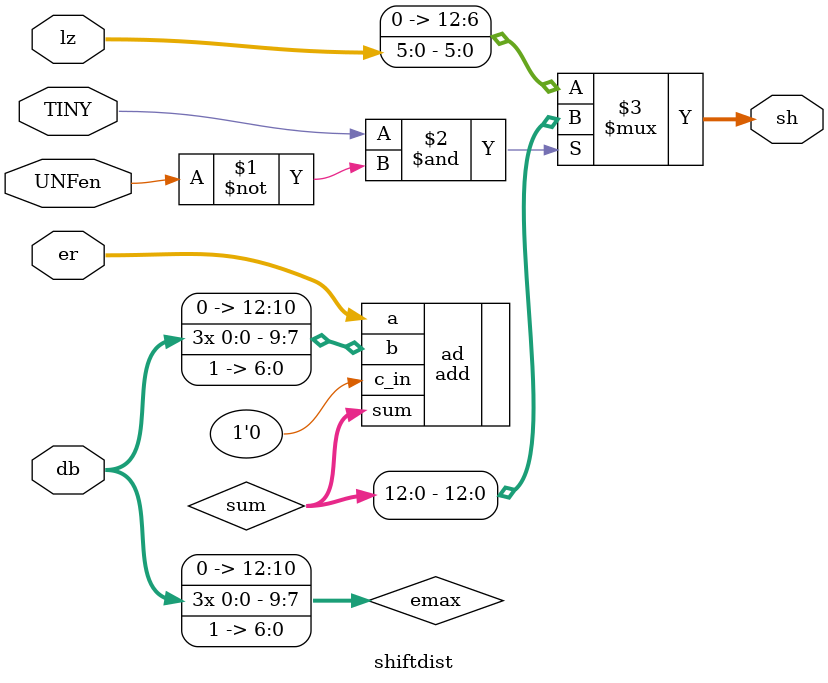
<source format=sv>

module shiftdist(
    input [12:0] er,
    input [5:0] lz,

    input db,

    input TINY,
    input UNFen,

    output [12:0] sh
);

wire [12:0] emax;
assign emax = {3'b0, {3{db}}, {7{1'b1}}};

parameter n = 13;
wire [13:0] sum;

add #(n) ad(
    .a(er[12:0]),
    .b(emax[12:0]),
    .c_in(1'b0),
    .sum(sum)
);

assign sh = (TINY & ~UNFen) ? sum[12:0] : {7'b0, lz[5:0]};

endmodule

</source>
